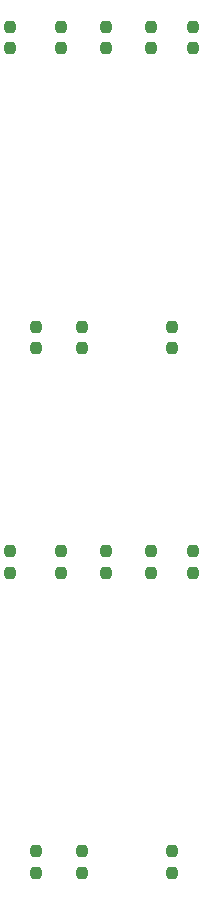
<source format=gbr>
%TF.GenerationSoftware,KiCad,Pcbnew,7.0.1*%
%TF.CreationDate,2023-05-14T01:33:17+09:00*%
%TF.ProjectId,___,62d8512e-6b69-4636-9164-5f7063625858,rev?*%
%TF.SameCoordinates,Original*%
%TF.FileFunction,Paste,Top*%
%TF.FilePolarity,Positive*%
%FSLAX46Y46*%
G04 Gerber Fmt 4.6, Leading zero omitted, Abs format (unit mm)*
G04 Created by KiCad (PCBNEW 7.0.1) date 2023-05-14 01:33:17*
%MOMM*%
%LPD*%
G01*
G04 APERTURE LIST*
G04 Aperture macros list*
%AMRoundRect*
0 Rectangle with rounded corners*
0 $1 Rounding radius*
0 $2 $3 $4 $5 $6 $7 $8 $9 X,Y pos of 4 corners*
0 Add a 4 corners polygon primitive as box body*
4,1,4,$2,$3,$4,$5,$6,$7,$8,$9,$2,$3,0*
0 Add four circle primitives for the rounded corners*
1,1,$1+$1,$2,$3*
1,1,$1+$1,$4,$5*
1,1,$1+$1,$6,$7*
1,1,$1+$1,$8,$9*
0 Add four rect primitives between the rounded corners*
20,1,$1+$1,$2,$3,$4,$5,0*
20,1,$1+$1,$4,$5,$6,$7,0*
20,1,$1+$1,$6,$7,$8,$9,0*
20,1,$1+$1,$8,$9,$2,$3,0*%
G04 Aperture macros list end*
%ADD10RoundRect,0.237500X0.237500X-0.250000X0.237500X0.250000X-0.237500X0.250000X-0.237500X-0.250000X0*%
%ADD11RoundRect,0.237500X-0.237500X0.250000X-0.237500X-0.250000X0.237500X-0.250000X0.237500X0.250000X0*%
G04 APERTURE END LIST*
D10*
%TO.C,R2*%
X223144500Y-78458500D03*
X223144500Y-76633500D03*
%TD*%
%TO.C,R2*%
X223144500Y-34040500D03*
X223144500Y-32215500D03*
%TD*%
%TO.C,R8*%
X228732500Y-103858500D03*
X228732500Y-102033500D03*
%TD*%
%TO.C,R8*%
X228732500Y-59440500D03*
X228732500Y-57615500D03*
%TD*%
D11*
%TO.C,R5*%
X215016500Y-76633500D03*
X215016500Y-78458500D03*
%TD*%
%TO.C,R5*%
X215016500Y-32215500D03*
X215016500Y-34040500D03*
%TD*%
D10*
%TO.C,R4*%
X226954500Y-78458500D03*
X226954500Y-76633500D03*
%TD*%
%TO.C,R4*%
X226954500Y-34040500D03*
X226954500Y-32215500D03*
%TD*%
D11*
%TO.C,R6*%
X219334500Y-32215500D03*
X219334500Y-34040500D03*
%TD*%
%TO.C,R6*%
X219334500Y-76633500D03*
X219334500Y-78458500D03*
%TD*%
D10*
%TO.C,R7*%
X221112500Y-103858500D03*
X221112500Y-102033500D03*
%TD*%
%TO.C,R7*%
X221112500Y-59440500D03*
X221112500Y-57615500D03*
%TD*%
%TO.C,R1*%
X230510500Y-34040500D03*
X230510500Y-32215500D03*
%TD*%
%TO.C,R1*%
X230510500Y-78458500D03*
X230510500Y-76633500D03*
%TD*%
%TO.C,R3*%
X217175500Y-59440500D03*
X217175500Y-57615500D03*
%TD*%
%TO.C,R3*%
X217175500Y-103858500D03*
X217175500Y-102033500D03*
%TD*%
M02*

</source>
